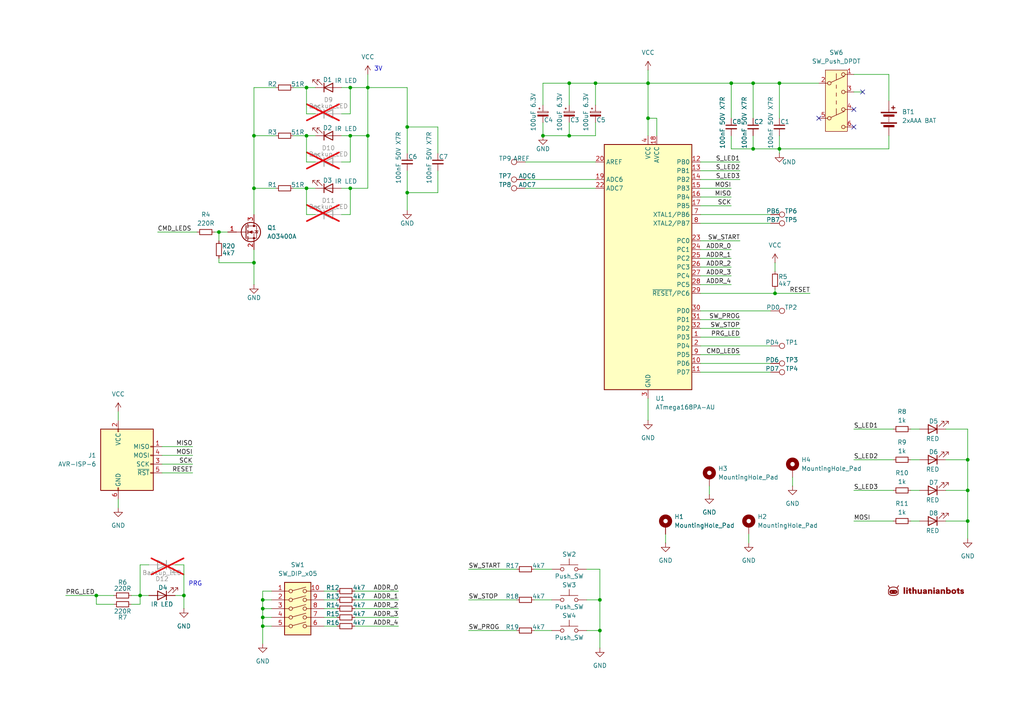
<source format=kicad_sch>
(kicad_sch (version 20250114) (generator "eeschema") (generator_version "9.0")
  (paper "A4")
  (title_block (title "Start_Stop_Remote") (date "2025-11-18") (rev "A") (company "LithuanianBots.com") (comment 1 "Darius Vaitiekus"))
  (lib_symbols
    (symbol "Connector:AVR-ISP-6" (pin_names (offset 1.016))
      (property "Reference" "J" (at -6.35 11.43 0))
      (property "Value" "AVR-ISP-6" (at 0 11.43 0))
      (symbol "AVR-ISP-6_1_1"
        (pin passive line (at -2.54 12.7 270) (length 2.54) (name "VCC") (number "2"))
        (pin passive line (at -2.54 -10.16 90) (length 2.54) (name "GND") (number "6"))
        (pin passive line (at 10.16 5.08 180) (length 2.54) (name "MISO") (number "1"))
        (pin passive line (at 10.16 2.54 180) (length 2.54) (name "MOSI") (number "4"))
        (pin passive line (at 10.16 0 180) (length 2.54) (name "SCK") (number "3"))
        (pin passive line (at 10.16 -2.54 180) (length 2.54) (name "~{RST}") (number "5"))
      )
    )
    (symbol "Connector:TestPoint" (pin_numbers (hide yes)) (pin_names (offset 0.762) (hide yes))
      (property "Reference" "TP" (at 0 6.858 0))
      (property "Value" "TestPoint" (at 0 5.08 0))
      (symbol "TestPoint_1_1"
        (pin passive line (at 0 0 90) (length 2.54) (name "1") (number "1"))
      )
    )
    (symbol "Device:Battery" (pin_numbers (hide yes)) (pin_names (offset 0) (hide yes))
      (property "Reference" "BT" (at 2.54 2.54 0))
      (property "Value" "Battery" (at 2.54 0 0))
      (symbol "Battery_1_1"
        (pin passive line (at 0 5.08 270) (length 2.54) (name "+") (number "1"))
        (pin passive line (at 0 -5.08 90) (length 2.54) (name "-") (number "2"))
      )
    )
    (symbol "Device:C_Polarized_Small" (pin_numbers (hide yes)) (pin_names (offset 0.254) (hide yes))
      (property "Reference" "C" (at 0.254 1.778 0))
      (property "Value" "C_Polarized_Small" (at 0.254 -2.032 0))
      (symbol "C_Polarized_Small_1_1"
        (pin passive line (at 0 2.54 270) (length 1.8542) (name "~") (number "1"))
        (pin passive line (at 0 -2.54 90) (length 1.8542) (name "~") (number "2"))
      )
    )
    (symbol "Device:C_Small" (pin_numbers (hide yes)) (pin_names (offset 0.254) (hide yes))
      (property "Reference" "C" (at 0.254 1.778 0))
      (property "Value" "C_Small" (at 0.254 -2.032 0))
      (symbol "C_Small_1_1"
        (pin passive line (at 0 2.54 270) (length 2.032) (name "~") (number "1"))
        (pin passive line (at 0 -2.54 90) (length 2.032) (name "~") (number "2"))
      )
    )
    (symbol "Device:LED" (pin_numbers (hide yes)) (pin_names (offset 1.016) (hide yes))
      (property "Reference" "D" (at 0 2.54 0))
      (property "Value" "LED" (at 0 -2.54 0))
      (symbol "LED_1_1"
        (pin passive line (at -3.81 0 0) (length 2.54) (name "K") (number "1"))
        (pin passive line (at 3.81 0 180) (length 2.54) (name "A") (number "2"))
      )
    )
    (symbol "Device:R_Small" (pin_numbers (hide yes)) (pin_names (offset 0.254) (hide yes))
      (property "Reference" "R" (at 0.762 0.508 0))
      (property "Value" "R_Small" (at 0.762 -1.016 0))
      (symbol "R_Small_1_1"
        (pin passive line (at 0 2.54 270) (length 0.762) (name "~") (number "1"))
        (pin passive line (at 0 -2.54 90) (length 0.762) (name "~") (number "2"))
      )
    )
    (symbol "MCU_Microchip_ATmega:ATmega168PA-A"
      (property "Reference" "U" (at -12.7 36.83 0))
      (property "Value" "ATmega168PA-A" (at 2.54 -36.83 0))
      (symbol "ATmega168PA-A_1_1"
        (pin passive line (at -15.24 30.48 0) (length 2.54) (name "AREF") (number "20"))
        (pin input line (at -15.24 25.4 0) (length 2.54) (name "ADC6") (number "19"))
        (pin input line (at -15.24 22.86 0) (length 2.54) (name "ADC7") (number "22"))
        (pin power_in line (at 0 38.1 270) (length 2.54) (name "VCC") (number "4"))
        (pin passive line (at 0 38.1 270) (length 2.54) (hide yes) (name "VCC") (number "6"))
        (pin passive line (at 0 -38.1 90) (length 2.54) (hide yes) (name "GND") (number "21"))
        (pin power_in line (at 0 -38.1 90) (length 2.54) (name "GND") (number "3"))
        (pin passive line (at 0 -38.1 90) (length 2.54) (hide yes) (name "GND") (number "5"))
        (pin power_in line (at 2.54 38.1 270) (length 2.54) (name "AVCC") (number "18"))
        (pin bidirectional line (at 15.24 30.48 180) (length 2.54) (name "PB0") (number "12"))
        (pin bidirectional line (at 15.24 27.94 180) (length 2.54) (name "PB1") (number "13"))
        (pin bidirectional line (at 15.24 25.4 180) (length 2.54) (name "PB2") (number "14"))
        (pin bidirectional line (at 15.24 22.86 180) (length 2.54) (name "PB3") (number "15"))
        (pin bidirectional line (at 15.24 20.32 180) (length 2.54) (name "PB4") (number "16"))
        (pin bidirectional line (at 15.24 17.78 180) (length 2.54) (name "PB5") (number "17"))
        (pin bidirectional line (at 15.24 15.24 180) (length 2.54) (name "XTAL1/PB6") (number "7"))
        (pin bidirectional line (at 15.24 12.7 180) (length 2.54) (name "XTAL2/PB7") (number "8"))
        (pin bidirectional line (at 15.24 7.62 180) (length 2.54) (name "PC0") (number "23"))
        (pin bidirectional line (at 15.24 5.08 180) (length 2.54) (name "PC1") (number "24"))
        (pin bidirectional line (at 15.24 2.54 180) (length 2.54) (name "PC2") (number "25"))
        (pin bidirectional line (at 15.24 0 180) (length 2.54) (name "PC3") (number "26"))
        (pin bidirectional line (at 15.24 -2.54 180) (length 2.54) (name "PC4") (number "27"))
        (pin bidirectional line (at 15.24 -5.08 180) (length 2.54) (name "PC5") (number "28"))
        (pin bidirectional line (at 15.24 -7.62 180) (length 2.54) (name "~{RESET}/PC6") (number "29"))
        (pin bidirectional line (at 15.24 -12.7 180) (length 2.54) (name "PD0") (number "30"))
        (pin bidirectional line (at 15.24 -15.24 180) (length 2.54) (name "PD1") (number "31"))
        (pin bidirectional line (at 15.24 -17.78 180) (length 2.54) (name "PD2") (number "32"))
        (pin bidirectional line (at 15.24 -20.32 180) (length 2.54) (name "PD3") (number "1"))
        (pin bidirectional line (at 15.24 -22.86 180) (length 2.54) (name "PD4") (number "2"))
        (pin bidirectional line (at 15.24 -25.4 180) (length 2.54) (name "PD5") (number "9"))
        (pin bidirectional line (at 15.24 -27.94 180) (length 2.54) (name "PD6") (number "10"))
        (pin bidirectional line (at 15.24 -30.48 180) (length 2.54) (name "PD7") (number "11"))
      )
    )
    (symbol "Mechanical:MountingHole_Pad" (pin_numbers (hide yes)) (pin_names (offset 1.016) (hide yes)) (exclude_from_sim yes) (in_bom no)
      (property "Reference" "H" (at 0 6.35 0))
      (property "Value" "MountingHole_Pad" (at 0 4.445 0))
      (symbol "MountingHole_Pad_1_1"
        (pin input line (at 0 -2.54 90) (length 2.54) (name "1") (number "1"))
      )
    )
    (symbol "Switch:SW_DIP_x05" (pin_names (offset 0) (hide yes))
      (property "Reference" "SW" (at 0 8.89 0))
      (property "Value" "SW_DIP_x05" (at 0 -8.89 0))
      (symbol "SW_DIP_x05_1_1"
        (pin passive line (at -7.62 5.08 0) (length 5.08) (name "~") (number "1"))
        (pin passive line (at -7.62 2.54 0) (length 5.08) (name "~") (number "2"))
        (pin passive line (at -7.62 0 0) (length 5.08) (name "~") (number "3"))
        (pin passive line (at -7.62 -2.54 0) (length 5.08) (name "~") (number "4"))
        (pin passive line (at -7.62 -5.08 0) (length 5.08) (name "~") (number "5"))
        (pin passive line (at 7.62 5.08 180) (length 5.08) (name "~") (number "10"))
        (pin passive line (at 7.62 2.54 180) (length 5.08) (name "~") (number "9"))
        (pin passive line (at 7.62 0 180) (length 5.08) (name "~") (number "8"))
        (pin passive line (at 7.62 -2.54 180) (length 5.08) (name "~") (number "7"))
        (pin passive line (at 7.62 -5.08 180) (length 5.08) (name "~") (number "6"))
      )
    )
    (symbol "Switch:SW_Push" (pin_numbers (hide yes)) (pin_names (offset 1.016) (hide yes))
      (property "Reference" "SW" (at 1.27 2.54 0))
      (property "Value" "SW_Push" (at 0 -1.524 0))
      (symbol "SW_Push_0_1"
        (pin passive line (at -5.08 0 0) (length 2.54) (name "1") (number "1"))
        (pin passive line (at 5.08 0 180) (length 2.54) (name "2") (number "2"))
      )
    )
    (symbol "Switch:SW_Push_DPDT" (pin_names (offset 0) (hide yes))
      (property "Reference" "SW" (at 0 10.16 0))
      (property "Value" "SW_Push_DPDT" (at 0 -10.16 0))
      (symbol "SW_Push_DPDT_1_1"
        (pin passive line (at -5.08 5.08 0) (length 2.54) (name "B") (number "2"))
        (pin passive line (at -5.08 -5.08 0) (length 2.54) (name "B") (number "5"))
        (pin passive line (at 5.08 7.62 180) (length 2.54) (name "A") (number "1"))
        (pin passive line (at 5.08 2.54 180) (length 2.54) (name "C") (number "3"))
        (pin passive line (at 5.08 -2.54 180) (length 2.54) (name "A") (number "4"))
        (pin passive line (at 5.08 -7.62 180) (length 2.54) (name "C") (number "6"))
      )
    )
    (symbol "Transistor_FET:AO3400A" (pin_names (hide yes))
      (property "Reference" "Q" (at 5.08 1.905 0))
      (property "Value" "AO3400A" (at 5.08 0 0))
      (symbol "AO3400A_1_1"
        (pin input line (at -5.08 0 0) (length 2.54) (name "G") (number "1"))
        (pin passive line (at 2.54 5.08 270) (length 2.54) (name "D") (number "3"))
        (pin passive line (at 2.54 -5.08 90) (length 2.54) (name "S") (number "2"))
      )
    )
    (symbol "_local_lib:LOGO_LithuanianBots" (pin_names (offset 1.016)))
    (symbol "power:GND" (power) (pin_numbers (hide yes)) (pin_names (offset 0) (hide yes))
      (property "Value" "GND" (at 0 -3.81 0))
      (symbol "GND_1_1"
        (pin power_in line (at 0 0 270) (length 0) (name "~") (number "1"))
      )
    )
    (symbol "power:VCC" (power) (pin_numbers (hide yes)) (pin_names (offset 0) (hide yes))
      (property "Value" "VCC" (at 0 3.556 0))
      (symbol "VCC_1_1"
        (pin power_in line (at 0 0 90) (length 0) (name "~") (number "1"))
      )
    )
  )
  (text "3V" (at 109.728 20.066 0) (effects (font (size 1.27 1.27))))
  (text "PRG" (at 56.642 169.418 0) (effects (font (size 1.27 1.27))))
  (junction (at 218.44 43.18))
  (junction (at 106.68 25.4))
  (junction (at 53.34 172.72))
  (junction (at 88.9 54.61))
  (junction (at 76.2 176.53))
  (junction (at 101.6 39.37))
  (junction (at 173.99 182.88))
  (junction (at 73.66 76.2))
  (junction (at 280.67 151.13))
  (junction (at 73.66 39.37))
  (junction (at 88.9 39.37))
  (junction (at 63.5 67.31))
  (junction (at 73.66 54.61))
  (junction (at 280.67 142.24))
  (junction (at 76.2 179.07))
  (junction (at 280.67 133.35))
  (junction (at 106.68 39.37))
  (junction (at 165.1 24.13))
  (junction (at 187.96 24.13))
  (junction (at 187.96 34.29))
  (junction (at 101.6 54.61))
  (junction (at 76.2 173.99))
  (junction (at 118.11 55.88))
  (junction (at 40.64 172.72))
  (junction (at 76.2 181.61))
  (junction (at 212.09 24.13))
  (junction (at 101.6 25.4))
  (junction (at 165.1 39.37))
  (junction (at 27.94 172.72))
  (junction (at 118.11 36.83))
  (junction (at 173.99 173.99))
  (junction (at 157.48 39.37))
  (junction (at 226.06 43.18))
  (junction (at 224.79 85.09))
  (junction (at 226.06 24.13))
  (junction (at 218.44 24.13))
  (junction (at 88.9 25.4))
  (junction (at 172.72 24.13))
  (no_connect (at 237.49 34.29))
  (no_connect (at 247.65 31.75))
  (no_connect (at 250.19 26.67))
  (no_connect (at 247.65 36.83))
  (wire (pts (xy 187.96 24.13) (xy 212.09 24.13)))
  (wire (pts (xy 229.87 138.43) (xy 229.87 140.97)))
  (wire (pts (xy 226.06 24.13) (xy 218.44 24.13)))
  (wire (pts (xy 101.6 33.02) (xy 101.6 25.4)))
  (wire (pts (xy 102.87 173.99) (xy 115.57 173.99)))
  (wire (pts (xy 203.2 105.41) (xy 223.52 105.41)))
  (wire (pts (xy 226.06 43.18) (xy 226.06 44.45)))
  (wire (pts (xy 40.64 163.83) (xy 40.64 172.72)))
  (wire (pts (xy 214.63 46.99) (xy 203.2 46.99)))
  (wire (pts (xy 76.2 176.53) (xy 76.2 179.07)))
  (wire (pts (xy 101.6 39.37) (xy 99.06 39.37)))
  (wire (pts (xy 76.2 173.99) (xy 78.74 173.99)))
  (wire (pts (xy 172.72 35.56) (xy 172.72 39.37)))
  (wire (pts (xy 203.2 82.55) (xy 212.09 82.55)))
  (wire (pts (xy 212.09 43.18) (xy 212.09 39.37)))
  (wire (pts (xy 280.67 151.13) (xy 280.67 156.21)))
  (wire (pts (xy 203.2 72.39) (xy 212.09 72.39)))
  (wire (pts (xy 218.44 39.37) (xy 218.44 43.18)))
  (wire (pts (xy 118.11 55.88) (xy 118.11 60.96)))
  (wire (pts (xy 203.2 54.61) (xy 212.09 54.61)))
  (wire (pts (xy 88.9 33.02) (xy 88.9 25.4)))
  (wire (pts (xy 76.2 176.53) (xy 78.74 176.53)))
  (wire (pts (xy 214.63 92.71) (xy 203.2 92.71)))
  (wire (pts (xy 34.29 144.78) (xy 34.29 147.32)))
  (wire (pts (xy 203.2 59.69) (xy 212.09 59.69)))
  (wire (pts (xy 118.11 25.4) (xy 106.68 25.4)))
  (wire (pts (xy 73.66 54.61) (xy 80.01 54.61)))
  (wire (pts (xy 76.2 181.61) (xy 78.74 181.61)))
  (wire (pts (xy 91.44 46.99) (xy 88.9 46.99)))
  (wire (pts (xy 62.23 67.31) (xy 63.5 67.31)))
  (wire (pts (xy 99.06 33.02) (xy 101.6 33.02)))
  (wire (pts (xy 73.66 25.4) (xy 73.66 39.37)))
  (wire (pts (xy 173.99 173.99) (xy 173.99 165.1)))
  (wire (pts (xy 45.72 67.31) (xy 57.15 67.31)))
  (wire (pts (xy 91.44 62.23) (xy 88.9 62.23)))
  (wire (pts (xy 154.94 182.88) (xy 160.02 182.88)))
  (wire (pts (xy 27.94 172.72) (xy 33.02 172.72)))
  (wire (pts (xy 226.06 24.13) (xy 237.49 24.13)))
  (wire (pts (xy 93.98 173.99) (xy 97.79 173.99)))
  (wire (pts (xy 40.64 172.72) (xy 40.64 175.26)))
  (wire (pts (xy 99.06 62.23) (xy 101.6 62.23)))
  (wire (pts (xy 118.11 25.4) (xy 118.11 36.83)))
  (wire (pts (xy 76.2 171.45) (xy 76.2 173.99)))
  (wire (pts (xy 53.34 172.72) (xy 53.34 176.53)))
  (wire (pts (xy 118.11 49.53) (xy 118.11 55.88)))
  (wire (pts (xy 218.44 24.13) (xy 218.44 34.29)))
  (wire (pts (xy 165.1 24.13) (xy 157.48 24.13)))
  (wire (pts (xy 224.79 83.82) (xy 224.79 85.09)))
  (wire (pts (xy 127 55.88) (xy 127 49.53)))
  (wire (pts (xy 78.74 171.45) (xy 76.2 171.45)))
  (wire (pts (xy 88.9 46.99) (xy 88.9 39.37)))
  (wire (pts (xy 63.5 76.2) (xy 73.66 76.2)))
  (wire (pts (xy 203.2 57.15) (xy 212.09 57.15)))
  (wire (pts (xy 154.94 165.1) (xy 160.02 165.1)))
  (wire (pts (xy 203.2 74.93) (xy 212.09 74.93)))
  (wire (pts (xy 247.65 124.46) (xy 259.08 124.46)))
  (wire (pts (xy 187.96 20.32) (xy 187.96 24.13)))
  (wire (pts (xy 19.05 172.72) (xy 27.94 172.72)))
  (wire (pts (xy 101.6 62.23) (xy 101.6 54.61)))
  (wire (pts (xy 203.2 69.85) (xy 214.63 69.85)))
  (wire (pts (xy 173.99 165.1) (xy 170.18 165.1)))
  (wire (pts (xy 172.72 54.61) (xy 152.4 54.61)))
  (wire (pts (xy 264.16 142.24) (xy 266.7 142.24)))
  (wire (pts (xy 46.99 137.16) (xy 55.88 137.16)))
  (wire (pts (xy 187.96 115.57) (xy 187.96 121.92)))
  (wire (pts (xy 93.98 181.61) (xy 97.79 181.61)))
  (wire (pts (xy 38.1 175.26) (xy 40.64 175.26)))
  (wire (pts (xy 190.5 34.29) (xy 187.96 34.29)))
  (wire (pts (xy 46.99 129.54) (xy 55.88 129.54)))
  (wire (pts (xy 76.2 179.07) (xy 76.2 181.61)))
  (wire (pts (xy 264.16 124.46) (xy 266.7 124.46)))
  (wire (pts (xy 106.68 25.4) (xy 101.6 25.4)))
  (wire (pts (xy 212.09 24.13) (xy 218.44 24.13)))
  (wire (pts (xy 46.99 132.08) (xy 55.88 132.08)))
  (wire (pts (xy 274.32 151.13) (xy 280.67 151.13)))
  (wire (pts (xy 165.1 24.13) (xy 165.1 30.48)))
  (wire (pts (xy 187.96 24.13) (xy 172.72 24.13)))
  (wire (pts (xy 214.63 95.25) (xy 203.2 95.25)))
  (wire (pts (xy 212.09 24.13) (xy 212.09 34.29)))
  (wire (pts (xy 203.2 80.01) (xy 212.09 80.01)))
  (wire (pts (xy 152.4 46.99) (xy 172.72 46.99)))
  (wire (pts (xy 135.89 165.1) (xy 149.86 165.1)))
  (wire (pts (xy 135.89 182.88) (xy 149.86 182.88)))
  (wire (pts (xy 173.99 182.88) (xy 173.99 173.99)))
  (wire (pts (xy 205.74 140.97) (xy 205.74 143.51)))
  (wire (pts (xy 247.65 21.59) (xy 257.81 21.59)))
  (wire (pts (xy 274.32 133.35) (xy 280.67 133.35)))
  (wire (pts (xy 264.16 151.13) (xy 266.7 151.13)))
  (wire (pts (xy 106.68 54.61) (xy 101.6 54.61)))
  (wire (pts (xy 218.44 43.18) (xy 226.06 43.18)))
  (wire (pts (xy 157.48 24.13) (xy 157.48 30.48)))
  (wire (pts (xy 203.2 97.79) (xy 214.63 97.79)))
  (wire (pts (xy 157.48 35.56) (xy 157.48 39.37)))
  (wire (pts (xy 203.2 100.33) (xy 223.52 100.33)))
  (wire (pts (xy 187.96 24.13) (xy 187.96 34.29)))
  (wire (pts (xy 73.66 72.39) (xy 73.66 76.2)))
  (wire (pts (xy 203.2 77.47) (xy 212.09 77.47)))
  (wire (pts (xy 101.6 54.61) (xy 99.06 54.61)))
  (wire (pts (xy 63.5 74.93) (xy 63.5 76.2)))
  (wire (pts (xy 50.8 172.72) (xy 53.34 172.72)))
  (wire (pts (xy 172.72 24.13) (xy 172.72 30.48)))
  (wire (pts (xy 102.87 181.61) (xy 115.57 181.61)))
  (wire (pts (xy 203.2 107.95) (xy 223.52 107.95)))
  (wire (pts (xy 257.81 39.37) (xy 257.81 43.18)))
  (wire (pts (xy 257.81 29.21) (xy 257.81 21.59)))
  (wire (pts (xy 73.66 76.2) (xy 73.66 82.55)))
  (wire (pts (xy 280.67 124.46) (xy 280.67 133.35)))
  (wire (pts (xy 214.63 49.53) (xy 203.2 49.53)))
  (wire (pts (xy 247.65 142.24) (xy 259.08 142.24)))
  (wire (pts (xy 76.2 179.07) (xy 78.74 179.07)))
  (wire (pts (xy 106.68 39.37) (xy 106.68 54.61)))
  (wire (pts (xy 85.09 54.61) (xy 88.9 54.61)))
  (wire (pts (xy 135.89 173.99) (xy 149.86 173.99)))
  (wire (pts (xy 76.2 173.99) (xy 76.2 176.53)))
  (wire (pts (xy 226.06 34.29) (xy 226.06 24.13)))
  (wire (pts (xy 88.9 39.37) (xy 91.44 39.37)))
  (wire (pts (xy 118.11 44.45) (xy 118.11 36.83)))
  (wire (pts (xy 93.98 179.07) (xy 97.79 179.07)))
  (wire (pts (xy 170.18 173.99) (xy 173.99 173.99)))
  (wire (pts (xy 102.87 171.45) (xy 115.57 171.45)))
  (wire (pts (xy 106.68 39.37) (xy 101.6 39.37)))
  (wire (pts (xy 101.6 46.99) (xy 101.6 39.37)))
  (wire (pts (xy 264.16 133.35) (xy 266.7 133.35)))
  (wire (pts (xy 88.9 25.4) (xy 91.44 25.4)))
  (wire (pts (xy 43.18 172.72) (xy 40.64 172.72)))
  (wire (pts (xy 118.11 55.88) (xy 127 55.88)))
  (wire (pts (xy 46.99 134.62) (xy 55.88 134.62)))
  (wire (pts (xy 73.66 39.37) (xy 80.01 39.37)))
  (wire (pts (xy 203.2 85.09) (xy 224.79 85.09)))
  (wire (pts (xy 218.44 43.18) (xy 212.09 43.18)))
  (wire (pts (xy 127 36.83) (xy 118.11 36.83)))
  (wire (pts (xy 280.67 133.35) (xy 280.67 142.24)))
  (wire (pts (xy 106.68 25.4) (xy 106.68 39.37)))
  (wire (pts (xy 217.17 154.94) (xy 217.17 157.48)))
  (wire (pts (xy 226.06 43.18) (xy 257.81 43.18)))
  (wire (pts (xy 127 44.45) (xy 127 36.83)))
  (wire (pts (xy 193.04 154.94) (xy 193.04 157.48)))
  (wire (pts (xy 170.18 182.88) (xy 173.99 182.88)))
  (wire (pts (xy 203.2 64.77) (xy 223.52 64.77)))
  (wire (pts (xy 102.87 179.07) (xy 115.57 179.07)))
  (wire (pts (xy 224.79 85.09) (xy 234.95 85.09)))
  (wire (pts (xy 280.67 142.24) (xy 280.67 151.13)))
  (wire (pts (xy 172.72 52.07) (xy 152.4 52.07)))
  (wire (pts (xy 53.34 163.83) (xy 53.34 172.72)))
  (wire (pts (xy 50.8 163.83) (xy 53.34 163.83)))
  (wire (pts (xy 173.99 187.96) (xy 173.99 182.88)))
  (wire (pts (xy 172.72 24.13) (xy 165.1 24.13)))
  (wire (pts (xy 63.5 67.31) (xy 63.5 69.85)))
  (wire (pts (xy 274.32 142.24) (xy 280.67 142.24)))
  (wire (pts (xy 93.98 171.45) (xy 97.79 171.45)))
  (wire (pts (xy 85.09 25.4) (xy 88.9 25.4)))
  (wire (pts (xy 91.44 33.02) (xy 88.9 33.02)))
  (wire (pts (xy 154.94 173.99) (xy 160.02 173.99)))
  (wire (pts (xy 190.5 39.37) (xy 190.5 34.29)))
  (wire (pts (xy 165.1 39.37) (xy 157.48 39.37)))
  (wire (pts (xy 274.32 124.46) (xy 280.67 124.46)))
  (wire (pts (xy 93.98 176.53) (xy 97.79 176.53)))
  (wire (pts (xy 33.02 175.26) (xy 27.94 175.26)))
  (wire (pts (xy 226.06 43.18) (xy 226.06 39.37)))
  (wire (pts (xy 85.09 39.37) (xy 88.9 39.37)))
  (wire (pts (xy 43.18 163.83) (xy 40.64 163.83)))
  (wire (pts (xy 250.19 26.67) (xy 247.65 26.67)))
  (wire (pts (xy 247.65 133.35) (xy 259.08 133.35)))
  (wire (pts (xy 203.2 90.17) (xy 223.52 90.17)))
  (wire (pts (xy 40.64 172.72) (xy 38.1 172.72)))
  (wire (pts (xy 172.72 39.37) (xy 165.1 39.37)))
  (wire (pts (xy 106.68 21.59) (xy 106.68 25.4)))
  (wire (pts (xy 101.6 25.4) (xy 99.06 25.4)))
  (wire (pts (xy 224.79 76.2) (xy 224.79 78.74)))
  (wire (pts (xy 187.96 39.37) (xy 187.96 34.29)))
  (wire (pts (xy 247.65 151.13) (xy 259.08 151.13)))
  (wire (pts (xy 203.2 102.87) (xy 214.63 102.87)))
  (wire (pts (xy 34.29 119.38) (xy 34.29 121.92)))
  (wire (pts (xy 102.87 176.53) (xy 115.57 176.53)))
  (wire (pts (xy 80.01 25.4) (xy 73.66 25.4)))
  (wire (pts (xy 73.66 54.61) (xy 73.66 62.23)))
  (wire (pts (xy 88.9 62.23) (xy 88.9 54.61)))
  (wire (pts (xy 63.5 67.31) (xy 66.04 67.31)))
  (wire (pts (xy 214.63 52.07) (xy 203.2 52.07)))
  (wire (pts (xy 73.66 39.37) (xy 73.66 54.61)))
  (wire (pts (xy 203.2 62.23) (xy 223.52 62.23)))
  (wire (pts (xy 27.94 175.26) (xy 27.94 172.72)))
  (wire (pts (xy 99.06 46.99) (xy 101.6 46.99)))
  (wire (pts (xy 165.1 35.56) (xy 165.1 39.37)))
  (wire (pts (xy 88.9 54.61) (xy 91.44 54.61)))
  (wire (pts (xy 76.2 181.61) (xy 76.2 186.69)))
  (label "MOSI" (at 55.88 132.08 180))
  (label "SW_STOP" (at 135.89 173.99 0))
  (label "ADDR_0" (at 115.57 171.45 180))
  (label "SW_START" (at 135.89 165.1 0))
  (label "ADDR_4" (at 115.57 181.61 180))
  (label "ADDR_3" (at 212.09 80.01 180))
  (label "CMD_LEDS" (at 45.72 67.31 0))
  (label "CMD_LEDS" (at 214.63 102.87 180))
  (label "MOSI" (at 212.09 54.61 180))
  (label "PRG_LED" (at 214.63 97.79 180))
  (label "ADDR_0" (at 212.09 72.39 180))
  (label "ADDR_1" (at 115.57 173.99 180))
  (label "S_LED3" (at 214.63 52.07 180))
  (label "RESET" (at 55.88 137.16 180))
  (label "ADDR_2" (at 115.57 176.53 180))
  (label "MISO" (at 212.09 57.15 180))
  (label "MOSI" (at 247.65 151.13 0))
  (label "SW_STOP" (at 214.63 95.25 180))
  (label "S_LED1" (at 247.65 124.46 0))
  (label "SCK" (at 212.09 59.69 180))
  (label "S_LED3" (at 247.65 142.24 0))
  (label "MISO" (at 55.88 129.54 180))
  (label "ADDR_3" (at 115.57 179.07 180))
  (label "ADDR_1" (at 212.09 74.93 180))
  (label "ADDR_2" (at 212.09 77.47 180))
  (label "SW_START" (at 214.63 69.85 180))
  (label "S_LED2" (at 247.65 133.35 0))
  (label "RESET" (at 234.95 85.09 180))
  (label "S_LED1" (at 214.63 46.99 180))
  (label "S_LED2" (at 214.63 49.53 180))
  (label "SW_PROG" (at 214.63 92.71 180))
  (label "SCK" (at 55.88 134.62 180))
  (label "ADDR_4" (at 212.09 82.55 180))
  (label "SW_PROG" (at 135.89 182.88 0))
  (label "PRG_LED" (at 19.05 172.72 0))
  (symbol (lib_id "Device:R_Small") (at 59.69 67.31 90) (unit 1)
    (property "Reference" "R4" (at 59.69 62.23 90))
    (property "Value" "220R" (at 59.69 64.77 90))
    (property "Footprint" "Resistor_SMD:R_0402_1005Metric" (effects (hide yes)))
    (property "Datasheet" "https://jlcpcb.com/api/file/downloadByFileSystemAccessId/8579705994546499584" (effects (hide yes)))
    (property "Description" "Resistor, small symbol" (effects (hide yes)))
    (property "LCSC" "C25091" (effects (hide yes)))
  )
  (symbol (lib_id "MCU_Microchip_ATmega:ATmega168PA-A") (at 187.96 77.47 0) (unit 1)
    (property "Reference" "U1" (at 190.1033 115.57 0) (effects (justify left)))
    (property "Value" "ATmega168PA-AU" (at 190.1033 118.11 0) (effects (justify left)))
    (property "Footprint" "Package_QFP:LQFP-32_7x7mm_P0.8mm" (effects (hide yes)))
    (property "Datasheet" "http://ww1.microchip.com/downloads/en/DeviceDoc/ATmega48PA_88PA_168PA-Data-Sheet-40002011A.pdf" (effects (hide yes)))
    (property "Description" "20MHz, 16kB Flash, 1kB SRAM, 512B EEPROM, LQFP-32" (effects (hide yes)))
    (property "LCSC" "C8728" (effects (hide yes)))
  )
  (symbol (lib_id "Connector:TestPoint") (at 152.4 52.07 90) (mirror x) (unit 1)
    (property "Reference" "TP7" (at 148.336 51.054 90) (effects (justify left)))
    (property "Value" "ADC6" (at 155.448 51.054 90) (effects (justify left)))
    (property "Footprint" "TestPoint:TestPoint_Pad_D1.0mm" (effects (hide yes)))
    (property "Description" "test point" (effects (hide yes)))
  )
  (symbol (lib_id "Device:C_Polarized_Small") (at 165.1 33.02 0) (unit 1)
    (property "Reference" "C3" (at 165.354 34.798 0) (effects (justify left)))
    (property "Value" "100uF 6.3V" (at 162.306 38.1 90) (effects (justify left)))
    (property "Footprint" "Capacitor_Tantalum_SMD:CP_EIA-3528-21_Kemet-B" (effects (hide yes)))
    (property "Description" "-55℃~+125℃ 1.7Ω@100kHz 100uF 6.3V ±10% CASE-B-3528-21(mm) Tantalum Capacitors ROHS" (effects (hide yes)))
    (property "LCSC" "C16133" (effects (hide yes)))
  )
  (symbol (lib_id "Device:R_Small") (at 261.62 151.13 90) (unit 1)
    (property "Reference" "R11" (at 261.62 146.05 90))
    (property "Value" "1k" (at 261.62 148.59 90))
    (property "Footprint" "Resistor_SMD:R_0402_1005Metric" (effects (hide yes)))
    (property "Datasheet" "https://jlcpcb.com/api/file/downloadByFileSystemAccessId/8579705924167974912" (effects (hide yes)))
    (property "Description" "Resistor, small symbol" (effects (hide yes)))
    (property "LCSC" "C11702" (effects (hide yes)))
  )
  (symbol (lib_id "Device:R_Small") (at 100.33 176.53 270) (unit 1)
    (property "Reference" "R14" (at 96.52 175.514 90))
    (property "Value" "4k7" (at 104.14 175.514 90))
    (property "Footprint" "Resistor_SMD:R_0402_1005Metric" (effects (hide yes)))
    (property "Datasheet" "https://jlcpcb.com/api/file/downloadByFileSystemAccessId/8579705941367193600" (effects (hide yes)))
    (property "Description" "Resistor, small symbol" (effects (hide yes)))
    (property "LCSC" "C25900" (effects (hide yes)))
  )
  (symbol (lib_id "power:GND") (at 280.67 156.21 0) (unit 1)
    (property "Reference" "#PWR03" (effects (hide yes)))
    (property "Value" "GND" (at 280.67 161.29 0))
    (property "Description" "Power symbol creates a global label with name \"GND\" , ground" (effects (hide yes)))
  )
  (symbol (lib_id "Device:LED") (at 46.99 172.72 180) (unit 1)
    (property "Reference" "D4" (at 47.244 170.434 0))
    (property "Value" "IR LED" (at 46.99 175.26 0))
    (property "Footprint" "LED_SMD:LED_LiteOn_LTST-S326" (effects (hide yes)))
    (property "Datasheet" "https://jlcpcb.com/api/file/downloadByFileSystemAccessId/8590904494022602752" (effects (hide yes)))
    (property "Description" "Light emitting diode" (effects (hide yes)))
    (property "LCSC" "C5349963" (effects (hide yes)))
  )
  (symbol (lib_id "Device:LED") (at 270.51 133.35 180) (unit 1)
    (property "Reference" "D6" (at 270.764 131.064 0))
    (property "Value" "RED" (at 270.51 136.144 0))
    (property "Footprint" "LED_SMD:LED_0603_1608Metric" (effects (hide yes)))
    (property "Datasheet" "https://jlcpcb.com/api/file/downloadByFileSystemAccessId/8550723991833485312" (effects (hide yes)))
    (property "Description" "Light emitting diode" (effects (hide yes)))
    (property "LCSC" "C2286" (effects (hide yes)))
  )
  (symbol (lib_id "Device:R_Small") (at 100.33 179.07 270) (unit 1)
    (property "Reference" "R15" (at 96.52 178.054 90))
    (property "Value" "4k7" (at 104.14 178.054 90))
    (property "Footprint" "Resistor_SMD:R_0402_1005Metric" (effects (hide yes)))
    (property "Datasheet" "https://jlcpcb.com/api/file/downloadByFileSystemAccessId/8579705941367193600" (effects (hide yes)))
    (property "Description" "Resistor, small symbol" (effects (hide yes)))
    (property "LCSC" "C25900" (effects (hide yes)))
  )
  (symbol (lib_id "power:VCC") (at 224.79 76.2 0) (unit 1)
    (property "Reference" "#PWR06" (effects (hide yes)))
    (property "Value" "VCC" (at 224.79 71.12 0))
    (property "Description" "Power symbol creates a global label with name \"VCC\"" (effects (hide yes)))
  )
  (symbol (lib_id "power:GND") (at 173.99 187.96 0) (unit 1)
    (property "Reference" "#PWR05" (effects (hide yes)))
    (property "Value" "GND" (at 173.99 193.04 0))
    (property "Description" "Power symbol creates a global label with name \"GND\" , ground" (effects (hide yes)))
  )
  (symbol (lib_id "power:GND") (at 193.04 157.48 0) (unit 1)
    (property "Reference" "#PWR015" (effects (hide yes)))
    (property "Value" "GND" (at 193.04 162.56 0))
    (property "Description" "Power symbol creates a global label with name \"GND\" , ground" (effects (hide yes)))
  )
  (symbol (lib_id "Device:R_Small") (at 35.56 175.26 90) (unit 1)
    (property "Reference" "R7" (at 35.56 179.07 90))
    (property "Value" "220R" (at 35.56 177.292 90))
    (property "Footprint" "Resistor_SMD:R_0402_1005Metric" (effects (hide yes)))
    (property "Datasheet" "https://jlcpcb.com/api/file/downloadByFileSystemAccessId/8579705994546499584" (effects (hide yes)))
    (property "Description" "Resistor, small symbol" (effects (hide yes)))
    (property "LCSC" "C25091" (effects (hide yes)))
  )
  (symbol (lib_id "Device:C_Polarized_Small") (at 157.48 33.02 0) (unit 1)
    (property "Reference" "C4" (at 157.734 34.798 0) (effects (justify left)))
    (property "Value" "100uF 6.3V" (at 154.686 38.1 90) (effects (justify left)))
    (property "Footprint" "Capacitor_Tantalum_SMD:CP_EIA-3528-21_Kemet-B" (effects (hide yes)))
    (property "Description" "-55℃~+125℃ 1.7Ω@100kHz 100uF 6.3V ±10% CASE-B-3528-21(mm) Tantalum Capacitors ROHS" (effects (hide yes)))
    (property "LCSC" "C16133" (effects (hide yes)))
  )
  (symbol (lib_id "power:VCC") (at 34.29 119.38 0) (unit 1)
    (property "Reference" "#PWR07" (effects (hide yes)))
    (property "Value" "VCC" (at 34.29 114.3 0))
    (property "Description" "Power symbol creates a global label with name \"VCC\"" (effects (hide yes)))
  )
  (symbol (lib_id "Device:LED") (at 95.25 62.23 0) (mirror x) (unit 1) (dnp yes)
    (property "Reference" "D11" (at 95.25 58.166 0))
    (property "Value" "Backup_LED" (at 95.25 59.944 0))
    (property "Footprint" "LED_THT:LED_D5.0mm_Horizontal_O6.35mm_Z3.0mm" (effects (hide yes)))
    (property "Description" "Light emitting diode" (effects (hide yes)))
  )
  (symbol (lib_id "Switch:SW_Push_DPDT") (at 242.57 29.21 0) (unit 1)
    (property "Reference" "SW6" (at 242.57 15.24 0))
    (property "Value" "SW_Push_DPDT" (at 242.57 17.78 0))
    (property "Footprint" "Button_Switch_THT:SW_CK_JS202011AQN_DPDT_Angled" (effects (hide yes)))
    (property "Datasheet" "https://jlcpcb.com/api/file/downloadByFileSystemAccessId/8602990224423608320" (effects (hide yes)))
    (property "Description" "Momentary Switch, dual pole double throw" (effects (hide yes)))
    (property "LCSC" "C7507433" (effects (hide yes)))
  )
  (symbol (lib_id "Transistor_FET:AO3400A") (at 71.12 67.31 0) (unit 1)
    (property "Reference" "Q1" (at 77.47 66.0399 0) (effects (justify left)))
    (property "Value" "AO3400A" (at 77.47 68.5799 0) (effects (justify left)))
    (property "Footprint" "Package_TO_SOT_SMD:SOT-23" (effects (hide yes)))
    (property "Datasheet" "https://jlcpcb.com/api/file/downloadByFileSystemAccessId/8550723985357750272" (effects (hide yes)))
    (property "Description" "30V Vds, 5.7A Id, N-Channel MOSFET, SOT-23" (effects (hide yes)))
    (property "LCSC" "C20917" (effects (hide yes)))
  )
  (symbol (lib_id "_local_lib:LOGO_LithuanianBots") (at 269.24 171.45 0) (unit 1) (in_bom no)
    (property "Reference" "#G1" (effects (hide yes)))
    (property "Value" "LOGO" (effects (hide yes)))
    (property "Footprint" "_local_lib:LT_Bots_Logo_Full_20" (effects (hide yes)))
  )
  (symbol (lib_id "Device:R_Small") (at 261.62 142.24 90) (unit 1)
    (property "Reference" "R10" (at 261.62 137.16 90))
    (property "Value" "1k" (at 261.62 139.7 90))
    (property "Footprint" "Resistor_SMD:R_0402_1005Metric" (effects (hide yes)))
    (property "Datasheet" "https://jlcpcb.com/api/file/downloadByFileSystemAccessId/8579705924167974912" (effects (hide yes)))
    (property "Description" "Resistor, small symbol" (effects (hide yes)))
    (property "LCSC" "C11702" (effects (hide yes)))
  )
  (symbol (lib_id "power:GND") (at 226.06 44.45 0) (unit 1)
    (property "Reference" "#PWR010" (effects (hide yes)))
    (property "Value" "GND" (at 228.854 46.99 0))
    (property "Description" "Power symbol creates a global label with name \"GND\" , ground" (effects (hide yes)))
  )
  (symbol (lib_id "Switch:SW_Push") (at 165.1 165.1 0) (unit 1)
    (property "Reference" "SW2" (at 165.1 160.782 0))
    (property "Value" "Push_SW" (at 165.1 167.132 0))
    (property "Footprint" "Button_Switch_SMD:SW_Push_1P1T_XKB_TS-1187A" (effects (hide yes)))
    (property "Datasheet" "https://jlcpcb.com/api/file/downloadByFileSystemAccessId/8550724022091735041" (effects (hide yes)))
    (property "Description" "-30℃~+85℃ 1.5mm 1.6N 100,000 Cycles 12V 5.1mm 5.1mm 50mA Gold No Round Button SPST Surface Mount,Vertical Without Bracket SMD-4P,5.1x5.1mm Tactile Switches ROHS" (effects (hide yes)))
    (property "LCSC" "C318884" (effects (hide yes)))
  )
  (symbol (lib_id "Connector:TestPoint") (at 223.52 105.41 270) (unit 1)
    (property "Reference" "TP3" (at 227.838 104.394 90) (effects (justify left)))
    (property "Value" "PD6" (at 221.996 104.394 90) (effects (justify left)))
    (property "Footprint" "TestPoint:TestPoint_Pad_D1.0mm" (effects (hide yes)))
    (property "Description" "test point" (effects (hide yes)))
  )
  (symbol (lib_id "Switch:SW_DIP_x05") (at 86.36 176.53 0) (unit 1)
    (property "Reference" "SW1" (at 86.36 163.83 0))
    (property "Value" "SW_DIP_x05" (at 86.36 166.37 0))
    (property "Footprint" "Button_Switch_SMD:SW_DIP_SPSTx05_Slide_9.78x14.88mm_W8.61mm_P2.54mm" (effects (hide yes)))
    (property "Datasheet" "https://jlcpcb.com/api/file/downloadByFileSystemAccessId/8588906355839143936" (effects (hide yes)))
    (property "Description" "5x DIP Switch, Single Pole Single Throw (SPST) switch, small symbol" (effects (hide yes)))
    (property "LCSC" "C54951" (effects (hide yes)))
  )
  (symbol (lib_id "power:GND") (at 53.34 176.53 0) (unit 1)
    (property "Reference" "#PWR02" (effects (hide yes)))
    (property "Value" "GND" (at 53.34 181.61 0))
    (property "Description" "Power symbol creates a global label with name \"GND\" , ground" (effects (hide yes)))
  )
  (symbol (lib_id "Device:LED") (at 95.25 33.02 0) (mirror x) (unit 1) (dnp yes)
    (property "Reference" "D9" (at 95.25 28.956 0))
    (property "Value" "Backup_LED" (at 95.25 30.734 0))
    (property "Footprint" "LED_THT:LED_D5.0mm_Horizontal_O6.35mm_Z3.0mm" (effects (hide yes)))
    (property "Description" "Light emitting diode" (effects (hide yes)))
  )
  (symbol (lib_id "Device:C_Small") (at 226.06 36.83 0) (unit 1)
    (property "Reference" "C1" (at 226.314 35.306 0) (effects (justify left)))
    (property "Value" "100nF 50V X7R" (at 223.52 43.18 90) (effects (justify left)))
    (property "Footprint" "Capacitor_SMD:C_0603_1608Metric" (effects (hide yes)))
    (property "Description" "Unpolarized capacitor, small symbol" (effects (hide yes)))
    (property "LCSC" "C14663" (effects (hide yes)))
  )
  (symbol (lib_id "Device:R_Small") (at 152.4 182.88 270) (unit 1)
    (property "Reference" "R19" (at 148.59 181.864 90))
    (property "Value" "4k7" (at 156.21 181.864 90))
    (property "Footprint" "Resistor_SMD:R_0402_1005Metric" (effects (hide yes)))
    (property "Datasheet" "https://jlcpcb.com/api/file/downloadByFileSystemAccessId/8579705941367193600" (effects (hide yes)))
    (property "Description" "Resistor, small symbol" (effects (hide yes)))
    (property "LCSC" "C25900" (effects (hide yes)))
  )
  (symbol (lib_id "Device:LED") (at 270.51 142.24 180) (unit 1)
    (property "Reference" "D7" (at 270.764 139.954 0))
    (property "Value" "RED" (at 270.51 145.034 0))
    (property "Footprint" "LED_SMD:LED_0603_1608Metric" (effects (hide yes)))
    (property "Datasheet" "https://jlcpcb.com/api/file/downloadByFileSystemAccessId/8550723991833485312" (effects (hide yes)))
    (property "Description" "Light emitting diode" (effects (hide yes)))
    (property "LCSC" "C2286" (effects (hide yes)))
  )
  (symbol (lib_id "Device:LED") (at 95.25 46.99 0) (mirror x) (unit 1) (dnp yes)
    (property "Reference" "D10" (at 95.25 42.926 0))
    (property "Value" "Backup_LED" (at 95.25 44.704 0))
    (property "Footprint" "LED_THT:LED_D5.0mm_Horizontal_O6.35mm_Z3.0mm" (effects (hide yes)))
    (property "Description" "Light emitting diode" (effects (hide yes)))
  )
  (symbol (lib_id "power:GND") (at 205.74 143.51 0) (unit 1)
    (property "Reference" "#PWR017" (effects (hide yes)))
    (property "Value" "GND" (at 205.74 148.59 0))
    (property "Description" "Power symbol creates a global label with name \"GND\" , ground" (effects (hide yes)))
  )
  (symbol (lib_id "Device:C_Small") (at 212.09 36.83 0) (unit 1)
    (property "Reference" "C8" (at 212.344 35.306 0) (effects (justify left)))
    (property "Value" "100nF 50V X7R" (at 209.55 43.18 90) (effects (justify left)))
    (property "Footprint" "Capacitor_SMD:C_0603_1608Metric" (effects (hide yes)))
    (property "Description" "Unpolarized capacitor, small symbol" (effects (hide yes)))
    (property "LCSC" "C14663" (effects (hide yes)))
  )
  (symbol (lib_id "Device:R_Small") (at 100.33 173.99 270) (unit 1)
    (property "Reference" "R13" (at 96.52 172.974 90))
    (property "Value" "4k7" (at 104.14 172.974 90))
    (property "Footprint" "Resistor_SMD:R_0402_1005Metric" (effects (hide yes)))
    (property "Datasheet" "https://jlcpcb.com/api/file/downloadByFileSystemAccessId/8579705941367193600" (effects (hide yes)))
    (property "Description" "Resistor, small symbol" (effects (hide yes)))
    (property "LCSC" "C25900" (effects (hide yes)))
  )
  (symbol (lib_id "Device:C_Polarized_Small") (at 172.72 33.02 0) (unit 1)
    (property "Reference" "C5" (at 172.974 34.798 0) (effects (justify left)))
    (property "Value" "100uF 6.3V" (at 169.926 38.1 90) (effects (justify left)))
    (property "Footprint" "Capacitor_Tantalum_SMD:CP_EIA-3528-21_Kemet-B" (effects (hide yes)))
    (property "Description" "-55℃~+125℃ 1.7Ω@100kHz 100uF 6.3V ±10% CASE-B-3528-21(mm) Tantalum Capacitors ROHS" (effects (hide yes)))
    (property "LCSC" "C16133" (effects (hide yes)))
  )
  (symbol (lib_id "Device:R_Small") (at 261.62 133.35 90) (unit 1)
    (property "Reference" "R9" (at 261.62 128.27 90))
    (property "Value" "1k" (at 261.62 130.81 90))
    (property "Footprint" "Resistor_SMD:R_0402_1005Metric" (effects (hide yes)))
    (property "Datasheet" "https://jlcpcb.com/api/file/downloadByFileSystemAccessId/8579705924167974912" (effects (hide yes)))
    (property "Description" "Resistor, small symbol" (effects (hide yes)))
    (property "LCSC" "C11702" (effects (hide yes)))
  )
  (symbol (lib_id "Switch:SW_Push") (at 165.1 173.99 0) (unit 1)
    (property "Reference" "SW3" (at 165.1 169.672 0))
    (property "Value" "Push_SW" (at 165.1 176.022 0))
    (property "Footprint" "Button_Switch_SMD:SW_Push_1P1T_XKB_TS-1187A" (effects (hide yes)))
    (property "Datasheet" "https://jlcpcb.com/api/file/downloadByFileSystemAccessId/8550724022091735041" (effects (hide yes)))
    (property "Description" "-30℃~+85℃ 1.5mm 1.6N 100,000 Cycles 12V 5.1mm 5.1mm 50mA Gold No Round Button SPST Surface Mount,Vertical Without Bracket SMD-4P,5.1x5.1mm Tactile Switches ROHS" (effects (hide yes)))
    (property "LCSC" "C318884" (effects (hide yes)))
  )
  (symbol (lib_id "Device:R_Small") (at 35.56 172.72 90) (unit 1)
    (property "Reference" "R6" (at 35.56 168.91 90))
    (property "Value" "220R" (at 35.56 170.688 90))
    (property "Footprint" "Resistor_SMD:R_0402_1005Metric" (effects (hide yes)))
    (property "Datasheet" "https://jlcpcb.com/api/file/downloadByFileSystemAccessId/8579705994546499584" (effects (hide yes)))
    (property "Description" "Resistor, small symbol" (effects (hide yes)))
    (property "LCSC" "C25091" (effects (hide yes)))
  )
  (symbol (lib_id "Device:R_Small") (at 82.55 39.37 90) (unit 1)
    (property "Reference" "R3" (at 78.994 38.354 90))
    (property "Value" "51R" (at 86.36 38.354 90))
    (property "Footprint" "Resistor_SMD:R_0805_2012Metric" (effects (hide yes)))
    (property "Datasheet" "https://jlcpcb.com/api/file/downloadByFileSystemAccessId/8579706629149024256" (effects (hide yes)))
    (property "Description" "Resistor, small symbol" (effects (hide yes)))
    (property "LCSC" "C17738" (effects (hide yes)))
  )
  (symbol (lib_id "Device:R_Small") (at 100.33 181.61 270) (unit 1)
    (property "Reference" "R16" (at 96.52 180.594 90))
    (property "Value" "4k7" (at 104.14 180.594 90))
    (property "Footprint" "Resistor_SMD:R_0402_1005Metric" (effects (hide yes)))
    (property "Datasheet" "https://jlcpcb.com/api/file/downloadByFileSystemAccessId/8579705941367193600" (effects (hide yes)))
    (property "Description" "Resistor, small symbol" (effects (hide yes)))
    (property "LCSC" "C25900" (effects (hide yes)))
  )
  (symbol (lib_id "Connector:TestPoint") (at 223.52 90.17 270) (unit 1)
    (property "Reference" "TP2" (at 227.584 89.154 90) (effects (justify left)))
    (property "Value" "PD0" (at 222.25 89.154 90) (effects (justify left)))
    (property "Footprint" "TestPoint:TestPoint_Pad_D1.0mm" (effects (hide yes)))
    (property "Description" "test point" (effects (hide yes)))
  )
  (symbol (lib_id "Mechanical:MountingHole_Pad") (at 229.87 135.89 0) (unit 1) (exclude_from_sim yes) (in_bom no)
    (property "Reference" "H4" (at 232.41 133.3499 0) (effects (justify left)))
    (property "Value" "MountingHole_Pad" (at 232.41 135.8899 0) (effects (justify left)))
    (property "Footprint" "MountingHole:MountingHole_3.2mm_M3_Pad_Via" (effects (hide yes)))
    (property "Description" "Mounting Hole with connection" (effects (hide yes)))
  )
  (symbol (lib_id "Connector:AVR-ISP-6") (at 36.83 134.62 0) (unit 1)
    (property "Reference" "J1" (at 27.94 132.0799 0) (effects (justify right)))
    (property "Value" "AVR-ISP-6" (at 27.94 134.6199 0) (effects (justify right)))
    (property "Footprint" "Connector_PinHeader_2.54mm:PinHeader_2x03_P2.54mm_Vertical" (effects (hide yes)))
    (property "Description" "Atmel 6-pin ISP connector" (effects (hide yes)))
    (property "LCSC" "C65114" (effects (hide yes)))
  )
  (symbol (lib_id "Device:R_Small") (at 261.62 124.46 90) (unit 1)
    (property "Reference" "R8" (at 261.62 119.38 90))
    (property "Value" "1k" (at 261.62 121.92 90))
    (property "Footprint" "Resistor_SMD:R_0402_1005Metric" (effects (hide yes)))
    (property "Datasheet" "https://jlcpcb.com/api/file/downloadByFileSystemAccessId/8579705924167974912" (effects (hide yes)))
    (property "Description" "Resistor, small symbol" (effects (hide yes)))
    (property "LCSC" "C11702" (effects (hide yes)))
  )
  (symbol (lib_id "Device:R_Small") (at 152.4 173.99 270) (unit 1)
    (property "Reference" "R18" (at 148.59 172.974 90))
    (property "Value" "4k7" (at 156.21 172.974 90))
    (property "Footprint" "Resistor_SMD:R_0402_1005Metric" (effects (hide yes)))
    (property "Datasheet" "https://jlcpcb.com/api/file/downloadByFileSystemAccessId/8579705941367193600" (effects (hide yes)))
    (property "Description" "Resistor, small symbol" (effects (hide yes)))
    (property "LCSC" "C25900" (effects (hide yes)))
  )
  (symbol (lib_id "Device:C_Small") (at 118.11 46.99 0) (unit 1)
    (property "Reference" "C6" (at 118.364 45.466 0) (effects (justify left)))
    (property "Value" "100nF 50V X7R" (at 115.57 53.34 90) (effects (justify left)))
    (property "Footprint" "Capacitor_SMD:C_0603_1608Metric" (effects (hide yes)))
    (property "Description" "Unpolarized capacitor, small symbol" (effects (hide yes)))
    (property "LCSC" "C14663" (effects (hide yes)))
  )
  (symbol (lib_id "Device:C_Small") (at 218.44 36.83 0) (unit 1)
    (property "Reference" "C2" (at 218.694 35.306 0) (effects (justify left)))
    (property "Value" "100nF 50V X7R" (at 215.9 43.18 90) (effects (justify left)))
    (property "Footprint" "Capacitor_SMD:C_0603_1608Metric" (effects (hide yes)))
    (property "Description" "Unpolarized capacitor, small symbol" (effects (hide yes)))
    (property "LCSC" "C14663" (effects (hide yes)))
  )
  (symbol (lib_id "Device:R_Small") (at 224.79 81.28 0) (unit 1)
    (property "Reference" "R5" (at 227.076 80.264 0))
    (property "Value" "4k7" (at 227.584 82.296 0))
    (property "Footprint" "Resistor_SMD:R_0402_1005Metric" (effects (hide yes)))
    (property "Datasheet" "https://jlcpcb.com/api/file/downloadByFileSystemAccessId/8579705941367193600" (effects (hide yes)))
    (property "Description" "Resistor, small symbol" (effects (hide yes)))
    (property "LCSC" "C25900" (effects (hide yes)))
  )
  (symbol (lib_id "Device:LED") (at 46.99 163.83 0) (mirror y) (unit 1) (dnp yes)
    (property "Reference" "D12" (at 46.99 167.894 0))
    (property "Value" "Backup_LED" (at 46.99 166.116 0))
    (property "Footprint" "LED_THT:LED_D5.0mm_Horizontal_O6.35mm_Z3.0mm" (effects (hide yes)))
    (property "Description" "Light emitting diode" (effects (hide yes)))
  )
  (symbol (lib_id "power:GND") (at 229.87 140.97 0) (unit 1)
    (property "Reference" "#PWR018" (effects (hide yes)))
    (property "Value" "GND" (at 229.87 146.05 0))
    (property "Description" "Power symbol creates a global label with name \"GND\" , ground" (effects (hide yes)))
  )
  (symbol (lib_id "Mechanical:MountingHole_Pad") (at 205.74 138.43 0) (unit 1) (exclude_from_sim yes) (in_bom no)
    (property "Reference" "H3" (at 208.28 135.8899 0) (effects (justify left)))
    (property "Value" "MountingHole_Pad" (at 208.28 138.4299 0) (effects (justify left)))
    (property "Footprint" "MountingHole:MountingHole_3.2mm_M3_Pad_Via" (effects (hide yes)))
    (property "Description" "Mounting Hole with connection" (effects (hide yes)))
  )
  (symbol (lib_id "Device:Battery") (at 257.81 34.29 0) (unit 1)
    (property "Reference" "BT1" (at 261.62 32.4484 0) (effects (justify left)))
    (property "Value" "2xAAA BAT" (at 261.62 34.9884 0) (effects (justify left)))
    (property "Footprint" "_local_lib:BatteryHolder_-AAA-A1AJ020" (effects (hide yes)))
    (property "Description" "Multiple-cell battery" (effects (hide yes)))
    (property "LCSC" "C5290191" (effects (hide yes)))
  )
  (symbol (lib_id "Switch:SW_Push") (at 165.1 182.88 0) (unit 1)
    (property "Reference" "SW4" (at 165.1 178.562 0))
    (property "Value" "Push_SW" (at 165.1 184.912 0))
    (property "Footprint" "Button_Switch_SMD:SW_Push_1P1T_XKB_TS-1187A" (effects (hide yes)))
    (property "Datasheet" "https://jlcpcb.com/api/file/downloadByFileSystemAccessId/8550724022091735041" (effects (hide yes)))
    (property "Description" "-30℃~+85℃ 1.5mm 1.6N 100,000 Cycles 12V 5.1mm 5.1mm 50mA Gold No Round Button SPST Surface Mount,Vertical Without Bracket SMD-4P,5.1x5.1mm Tactile Switches ROHS" (effects (hide yes)))
    (property "LCSC" "C318884" (effects (hide yes)))
  )
  (symbol (lib_id "power:GND") (at 157.48 39.37 0) (unit 1)
    (property "Reference" "#PWR09" (effects (hide yes)))
    (property "Value" "GND" (at 157.48 43.18 0))
    (property "Description" "Power symbol creates a global label with name \"GND\" , ground" (effects (hide yes)))
  )
  (symbol (lib_id "power:GND") (at 187.96 121.92 0) (unit 1)
    (property "Reference" "#PWR014" (effects (hide yes)))
    (property "Value" "GND" (at 187.96 127 0))
    (property "Description" "Power symbol creates a global label with name \"GND\" , ground" (effects (hide yes)))
  )
  (symbol (lib_id "power:GND") (at 73.66 82.55 0) (unit 1)
    (property "Reference" "#PWR013" (effects (hide yes)))
    (property "Value" "GND" (at 73.66 86.36 0))
    (property "Description" "Power symbol creates a global label with name \"GND\" , ground" (effects (hide yes)))
  )
  (symbol (lib_id "Connector:TestPoint") (at 223.52 100.33 270) (unit 1)
    (property "Reference" "TP1" (at 227.838 99.314 90) (effects (justify left)))
    (property "Value" "PD4" (at 221.996 99.314 90) (effects (justify left)))
    (property "Footprint" "TestPoint:TestPoint_Pad_D1.0mm" (effects (hide yes)))
    (property "Description" "test point" (effects (hide yes)))
  )
  (symbol (lib_id "Device:LED") (at 270.51 151.13 180) (unit 1)
    (property "Reference" "D8" (at 270.764 148.844 0))
    (property "Value" "RED" (at 270.51 153.924 0))
    (property "Footprint" "LED_SMD:LED_0603_1608Metric" (effects (hide yes)))
    (property "Datasheet" "https://jlcpcb.com/api/file/downloadByFileSystemAccessId/8550723991833485312" (effects (hide yes)))
    (property "Description" "Light emitting diode" (effects (hide yes)))
    (property "LCSC" "C2286" (effects (hide yes)))
  )
  (symbol (lib_id "Connector:TestPoint") (at 223.52 64.77 270) (unit 1)
    (property "Reference" "TP5" (at 227.584 63.754 90) (effects (justify left)))
    (property "Value" "PB7" (at 222.25 63.754 90) (effects (justify left)))
    (property "Footprint" "TestPoint:TestPoint_Pad_D1.0mm" (effects (hide yes)))
    (property "Description" "test point" (effects (hide yes)))
  )
  (symbol (lib_id "Mechanical:MountingHole_Pad") (at 193.04 152.4 0) (unit 1) (exclude_from_sim yes) (in_bom no)
    (property "Reference" "H1" (at 195.58 149.8599 0) (effects (justify left)))
    (property "Value" "MountingHole_Pad" (at 195.58 152.3999 0) (effects (justify left)))
    (property "Footprint" "MountingHole:MountingHole_3.2mm_M3_Pad_Via" (effects (hide yes)))
    (property "Description" "Mounting Hole with connection" (effects (hide yes)))
  )
  (symbol (lib_id "power:GND") (at 118.11 60.96 0) (unit 1)
    (property "Reference" "#PWR012" (effects (hide yes)))
    (property "Value" "GND" (at 118.11 64.77 0))
    (property "Description" "Power symbol creates a global label with name \"GND\" , ground" (effects (hide yes)))
  )
  (symbol (lib_id "Device:R_Small") (at 82.55 54.61 90) (unit 1)
    (property "Reference" "R1" (at 78.994 53.594 90))
    (property "Value" "51R" (at 86.36 53.594 90))
    (property "Footprint" "Resistor_SMD:R_0805_2012Metric" (effects (hide yes)))
    (property "Datasheet" "https://jlcpcb.com/api/file/downloadByFileSystemAccessId/8579706629149024256" (effects (hide yes)))
    (property "Description" "Resistor, small symbol" (effects (hide yes)))
    (property "LCSC" "C17738" (effects (hide yes)))
  )
  (symbol (lib_id "Mechanical:MountingHole_Pad") (at 217.17 152.4 0) (unit 1) (exclude_from_sim yes) (in_bom no)
    (property "Reference" "H2" (at 219.71 149.8599 0) (effects (justify left)))
    (property "Value" "MountingHole_Pad" (at 219.71 152.3999 0) (effects (justify left)))
    (property "Footprint" "MountingHole:MountingHole_3.2mm_M3_Pad_Via" (effects (hide yes)))
    (property "Description" "Mounting Hole with connection" (effects (hide yes)))
  )
  (symbol (lib_id "Device:R_Small") (at 100.33 171.45 270) (unit 1)
    (property "Reference" "R12" (at 96.52 170.434 90))
    (property "Value" "4k7" (at 104.14 170.434 90))
    (property "Footprint" "Resistor_SMD:R_0402_1005Metric" (effects (hide yes)))
    (property "Datasheet" "https://jlcpcb.com/api/file/downloadByFileSystemAccessId/8579705941367193600" (effects (hide yes)))
    (property "Description" "Resistor, small symbol" (effects (hide yes)))
    (property "LCSC" "C25900" (effects (hide yes)))
  )
  (symbol (lib_id "Device:R_Small") (at 82.55 25.4 90) (unit 1)
    (property "Reference" "R2" (at 78.994 24.384 90))
    (property "Value" "51R" (at 86.36 24.384 90))
    (property "Footprint" "Resistor_SMD:R_0805_2012Metric" (effects (hide yes)))
    (property "Datasheet" "https://jlcpcb.com/api/file/downloadByFileSystemAccessId/8579706629149024256" (effects (hide yes)))
    (property "Description" "Resistor, small symbol" (effects (hide yes)))
    (property "LCSC" "C17738" (effects (hide yes)))
  )
  (symbol (lib_id "power:GND") (at 76.2 186.69 0) (unit 1)
    (property "Reference" "#PWR04" (effects (hide yes)))
    (property "Value" "GND" (at 76.2 191.77 0))
    (property "Description" "Power symbol creates a global label with name \"GND\" , ground" (effects (hide yes)))
  )
  (symbol (lib_id "Device:R_Small") (at 152.4 165.1 270) (unit 1)
    (property "Reference" "R17" (at 148.59 164.084 90))
    (property "Value" "4k7" (at 156.21 164.084 90))
    (property "Footprint" "Resistor_SMD:R_0402_1005Metric" (effects (hide yes)))
    (property "Datasheet" "https://jlcpcb.com/api/file/downloadByFileSystemAccessId/8579705941367193600" (effects (hide yes)))
    (property "Description" "Resistor, small symbol" (effects (hide yes)))
    (property "LCSC" "C25900" (effects (hide yes)))
  )
  (symbol (lib_id "Device:LED") (at 270.51 124.46 180) (unit 1)
    (property "Reference" "D5" (at 270.764 122.174 0))
    (property "Value" "RED" (at 270.51 127.254 0))
    (property "Footprint" "LED_SMD:LED_0603_1608Metric" (effects (hide yes)))
    (property "Datasheet" "https://jlcpcb.com/api/file/downloadByFileSystemAccessId/8550723991833485312" (effects (hide yes)))
    (property "Description" "Light emitting diode" (effects (hide yes)))
    (property "LCSC" "C2286" (effects (hide yes)))
  )
  (symbol (lib_id "Device:R_Small") (at 63.5 72.39 0) (unit 1)
    (property "Reference" "R20" (at 66.294 71.374 0))
    (property "Value" "4k7" (at 66.294 73.406 0))
    (property "Footprint" "Resistor_SMD:R_0402_1005Metric" (effects (hide yes)))
    (property "Datasheet" "https://jlcpcb.com/api/file/downloadByFileSystemAccessId/8579705941367193600" (effects (hide yes)))
    (property "Description" "Resistor, small symbol" (effects (hide yes)))
    (property "LCSC" "C25900" (effects (hide yes)))
  )
  (symbol (lib_id "power:GND") (at 34.29 147.32 0) (unit 1)
    (property "Reference" "#PWR08" (effects (hide yes)))
    (property "Value" "GND" (at 34.29 152.4 0))
    (property "Description" "Power symbol creates a global label with name \"GND\" , ground" (effects (hide yes)))
  )
  (symbol (lib_id "power:VCC") (at 187.96 20.32 0) (unit 1)
    (property "Reference" "#PWR011" (effects (hide yes)))
    (property "Value" "VCC" (at 187.96 15.24 0))
    (property "Description" "Power symbol creates a global label with name \"VCC\"" (effects (hide yes)))
  )
  (symbol (lib_id "Connector:TestPoint") (at 223.52 107.95 270) (unit 1)
    (property "Reference" "TP4" (at 227.838 106.934 90) (effects (justify left)))
    (property "Value" "PD7" (at 221.996 106.934 90) (effects (justify left)))
    (property "Footprint" "TestPoint:TestPoint_Pad_D1.0mm" (effects (hide yes)))
    (property "Description" "test point" (effects (hide yes)))
  )
  (symbol (lib_id "Connector:TestPoint") (at 152.4 46.99 90) (mirror x) (unit 1)
    (property "Reference" "TP9" (at 148.336 45.974 90) (effects (justify left)))
    (property "Value" "AREF" (at 153.67 45.974 90) (effects (justify left)))
    (property "Footprint" "TestPoint:TestPoint_Pad_D1.0mm" (effects (hide yes)))
    (property "Description" "test point" (effects (hide yes)))
  )
  (symbol (lib_id "Device:LED") (at 95.25 25.4 0) (mirror x) (unit 1)
    (property "Reference" "D1" (at 94.996 23.114 0))
    (property "Value" "IR LED" (at 100.33 23.368 0))
    (property "Footprint" "LED_SMD:LED_LiteOn_LTST-S326" (effects (hide yes)))
    (property "Datasheet" "https://jlcpcb.com/api/file/downloadByFileSystemAccessId/8590904494022602752" (effects (hide yes)))
    (property "Description" "Light emitting diode" (effects (hide yes)))
    (property "LCSC" "C5349963" (effects (hide yes)))
  )
  (symbol (lib_id "Device:C_Small") (at 127 46.99 0) (unit 1)
    (property "Reference" "C7" (at 127.254 45.466 0) (effects (justify left)))
    (property "Value" "100nF 50V X7R" (at 124.46 53.34 90) (effects (justify left)))
    (property "Footprint" "Capacitor_SMD:C_0603_1608Metric" (effects (hide yes)))
    (property "Description" "Unpolarized capacitor, small symbol" (effects (hide yes)))
    (property "LCSC" "C14663" (effects (hide yes)))
  )
  (symbol (lib_id "Connector:TestPoint") (at 152.4 54.61 90) (mirror x) (unit 1)
    (property "Reference" "TP8" (at 148.336 53.594 90) (effects (justify left)))
    (property "Value" "ADC7" (at 155.448 53.594 90) (effects (justify left)))
    (property "Footprint" "TestPoint:TestPoint_Pad_D1.0mm" (effects (hide yes)))
    (property "Description" "test point" (effects (hide yes)))
  )
  (symbol (lib_id "power:VCC") (at 106.68 21.59 0) (unit 1)
    (property "Reference" "#PWR01" (effects (hide yes)))
    (property "Value" "VCC" (at 106.68 16.51 0))
    (property "Description" "Power symbol creates a global label with name \"VCC\"" (effects (hide yes)))
  )
  (symbol (lib_id "Device:LED") (at 95.25 39.37 0) (mirror x) (unit 1)
    (property "Reference" "D2" (at 94.996 37.084 0))
    (property "Value" "IR LED" (at 100.33 37.338 0))
    (property "Footprint" "LED_SMD:LED_LiteOn_LTST-S326" (effects (hide yes)))
    (property "Datasheet" "https://jlcpcb.com/api/file/downloadByFileSystemAccessId/8590904494022602752" (effects (hide yes)))
    (property "Description" "Light emitting diode" (effects (hide yes)))
    (property "LCSC" "C5349963" (effects (hide yes)))
  )
  (symbol (lib_id "Device:LED") (at 95.25 54.61 0) (mirror x) (unit 1)
    (property "Reference" "D3" (at 94.996 52.324 0))
    (property "Value" "IR LED" (at 100.33 52.578 0))
    (property "Footprint" "LED_SMD:LED_LiteOn_LTST-S326" (effects (hide yes)))
    (property "Datasheet" "https://jlcpcb.com/api/file/downloadByFileSystemAccessId/8590904494022602752" (effects (hide yes)))
    (property "Description" "Light emitting diode" (effects (hide yes)))
    (property "LCSC" "C5349963" (effects (hide yes)))
  )
  (symbol (lib_id "power:GND") (at 217.17 157.48 0) (unit 1)
    (property "Reference" "#PWR016" (effects (hide yes)))
    (property "Value" "GND" (at 217.17 162.56 0))
    (property "Description" "Power symbol creates a global label with name \"GND\" , ground" (effects (hide yes)))
  )
  (symbol (lib_id "Connector:TestPoint") (at 223.52 62.23 270) (unit 1)
    (property "Reference" "TP6" (at 227.584 61.214 90) (effects (justify left)))
    (property "Value" "PB6" (at 222.25 61.214 90) (effects (justify left)))
    (property "Footprint" "TestPoint:TestPoint_Pad_D1.0mm" (effects (hide yes)))
    (property "Description" "test point" (effects (hide yes)))
  )
)
</source>
